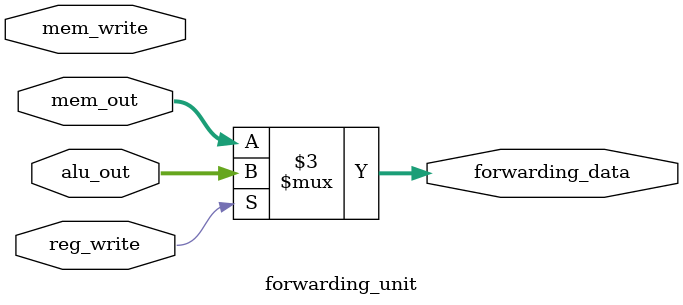
<source format=sv>
module forwarding_unit (
    input mem_write,
    input reg_write,
    input [31:0] mem_out,
    input [31:0] alu_out,
    output reg [31:0] forwarding_data
);

    always @(*) begin
        if (reg_write) begin
            forwarding_data = alu_out;  // Forward data from EX stage if needed
        end else begin
            forwarding_data = mem_out;  // Forward data from MEM stage if needed
        end
    end

endmodule

</source>
